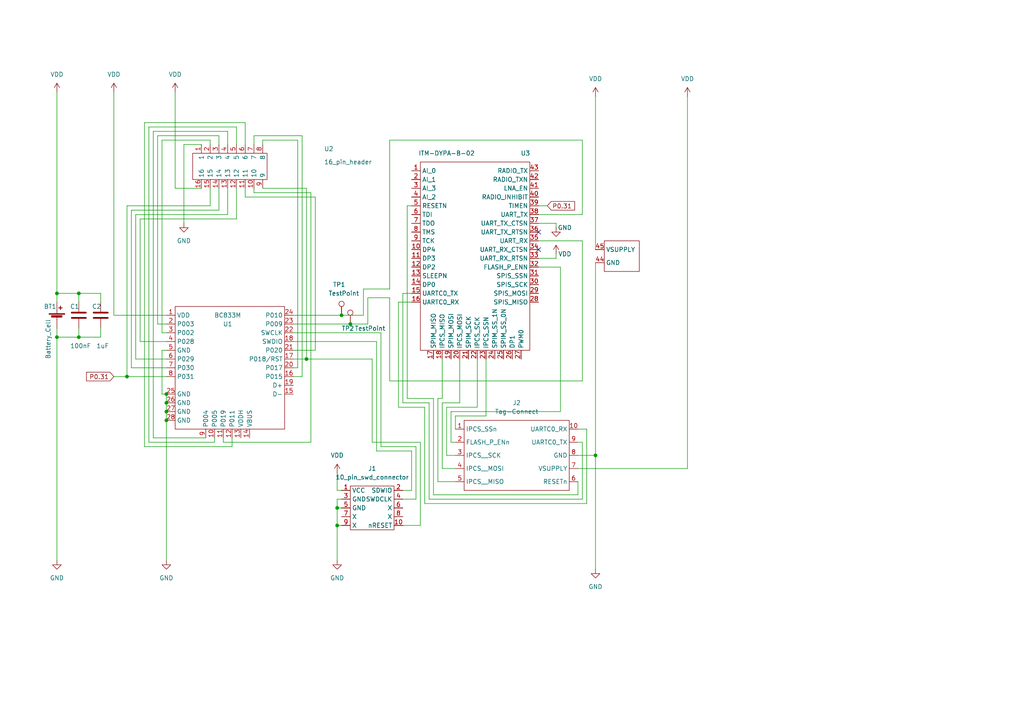
<source format=kicad_sch>
(kicad_sch (version 20211123) (generator eeschema)
  (paper "A4")
  (title_block (title "AIOT Play Schematic") (date "2022-04-29") (rev "v1.0") (company "INRIA") (comment 1 "Charles Thonier"))
  (lib_symbols
    (symbol "Connector:TestPoint" (pin_numbers hide) (pin_names (offset 0.762) hide)
      (property "Reference" "TP" (at 0 6.858 0))
      (property "Value" "TestPoint" (at 0 5.08 0))
      (symbol "TestPoint_0_1"
        (circle (center 0 3.302) (radius 0.762))
      )
      (symbol "TestPoint_1_1"
        (pin passive line (at 0 0 90) (length 2.54) (name "1") (number "1"))
      )
    )
    (symbol "Device:Battery_Cell" (pin_numbers hide) (pin_names (offset 0) hide)
      (property "Reference" "BT" (at 2.54 2.54 0))
      (property "Value" "Battery_Cell" (at 2.54 0 0))
      (symbol "Battery_Cell_0_1"
        (rectangle (start -2.286 1.778) (end 2.286 1.524) (fill (type outline)))
        (rectangle (start -1.5748 1.1938) (end 1.4732 0.6858) (fill (type outline)))
        (polyline (pts (xy 0 0.762) (xy 0 0)))
        (polyline (pts (xy 0 1.778) (xy 0 2.54)))
        (polyline (pts (xy 0.508 3.429) (xy 1.524 3.429)) (stroke (width 0.254)))
        (polyline (pts (xy 1.016 3.937) (xy 1.016 2.921)) (stroke (width 0.254)))
      )
      (symbol "Battery_Cell_1_1"
        (pin passive line (at 0 5.08 270) (length 2.54) (name "+") (number "1"))
        (pin passive line (at 0 -2.54 90) (length 2.54) (name "-") (number "2"))
      )
    )
    (symbol "Device:C" (pin_numbers hide) (pin_names (offset 0.254))
      (property "Reference" "C" (at 0.635 2.54 0))
      (property "Value" "C" (at 0.635 -2.54 0))
      (symbol "C_0_1"
        (polyline (pts (xy -2.032 -0.762) (xy 2.032 -0.762)) (stroke (width 0.508)))
        (polyline (pts (xy -2.032 0.762) (xy 2.032 0.762)) (stroke (width 0.508)))
      )
      (symbol "C_1_1"
        (pin passive line (at 0 3.81 270) (length 2.794) (name "~") (number "1"))
        (pin passive line (at 0 -3.81 90) (length 2.794) (name "~") (number "2"))
      )
    )
    (symbol "heat_humidity_mesh_lib:10_pin_swd_connector"
      (property "Reference" "U" (at 11.43 8.89 0))
      (property "Value" "10_pin_swd_connector" (at -1.27 8.89 0))
      (symbol "10_pin_swd_connector_0_1"
        (rectangle (start -6.35 6.35) (end 6.35 -6.35))
      )
      (symbol "10_pin_swd_connector_1_1"
        (pin input line (at -8.89 5.08 0) (length 2.54) (name "VCC") (number "1"))
        (pin input line (at 8.89 -5.08 180) (length 2.54) (name "nRESET") (number "10"))
        (pin input line (at 8.89 5.08 180) (length 2.54) (name "SDWIO") (number "2"))
        (pin input line (at -8.89 2.54 0) (length 2.54) (name "GND") (number "3"))
        (pin input line (at 8.89 2.54 180) (length 2.54) (name "SWDCLK") (number "4"))
        (pin input line (at -8.89 0 0) (length 2.54) (name "GND") (number "5"))
        (pin free line (at 8.89 0 180) (length 2.54) (name "X") (number "6"))
        (pin free line (at -8.89 -2.54 0) (length 2.54) (name "X") (number "7"))
        (pin free line (at 8.89 -2.54 180) (length 2.54) (name "X") (number "8"))
        (pin input line (at -8.89 -5.08 0) (length 2.54) (name "X") (number "9"))
      )
    )
    (symbol "heat_humidity_mesh_lib:16_pin_header"
      (property "Reference" "U" (at 10.16 15.24 0))
      (property "Value" "16_pin_header" (at -10.16 15.24 0))
      (symbol "16_pin_header_0_1"
        (rectangle (start -11.43 3.81) (end 10.16 -3.81))
      )
      (symbol "16_pin_header_1_1"
        (pin input line (at -8.89 6.35 270) (length 2.54) (name "1") (number "1"))
        (pin input line (at 6.35 -6.35 90) (length 2.54) (name "10") (number "10"))
        (pin input line (at 3.81 -6.35 90) (length 2.54) (name "11") (number "11"))
        (pin input line (at 1.27 -6.35 90) (length 2.54) (name "12") (number "12"))
        (pin input line (at -1.27 -6.35 90) (length 2.54) (name "13") (number "13"))
        (pin input line (at -3.81 -6.35 90) (length 2.54) (name "14") (number "14"))
        (pin input line (at -6.35 -6.35 90) (length 2.54) (name "15") (number "15"))
        (pin input line (at -8.89 -6.35 90) (length 2.54) (name "16") (number "16"))
        (pin input line (at -6.35 6.35 270) (length 2.54) (name "2") (number "2"))
        (pin input line (at -3.81 6.35 270) (length 2.54) (name "3") (number "3"))
        (pin input line (at -1.27 6.35 270) (length 2.54) (name "4") (number "4"))
        (pin input line (at 1.27 6.35 270) (length 2.54) (name "5") (number "5"))
        (pin input line (at 3.81 6.35 270) (length 2.54) (name "6") (number "6"))
        (pin input line (at 6.35 6.35 270) (length 2.54) (name "7") (number "7"))
        (pin input line (at 8.89 6.35 270) (length 2.54) (name "8") (number "8"))
        (pin input line (at 8.89 -6.35 90) (length 2.54) (name "9") (number "9"))
      )
    )
    (symbol "heat_humidity_mesh_lib:BC833M"
      (property "Reference" "U" (at 15.24 21.59 0))
      (property "Value" "BC833M" (at -11.43 21.59 0))
      (symbol "BC833M_0_1"
        (rectangle (start -15.24 20.32) (end 16.51 -15.24))
      )
      (symbol "BC833M_1_1"
        (pin input line (at -17.78 17.78 0) (length 2.54) (name "VDD") (number "1"))
        (pin input line (at -3.81 -17.78 90) (length 2.54) (name "P005") (number "10"))
        (pin input line (at -1.27 -17.78 90) (length 2.54) (name "P019") (number "11"))
        (pin input line (at 1.27 -17.78 90) (length 2.54) (name "P011") (number "12"))
        (pin input line (at 3.81 -17.78 90) (length 2.54) (name "VDDH") (number "13"))
        (pin input line (at 6.35 -17.78 90) (length 2.54) (name "VBUS") (number "14"))
        (pin input line (at 19.05 -5.08 180) (length 2.54) (name "D-") (number "15"))
        (pin input line (at 19.05 0 180) (length 2.54) (name "P015") (number "16"))
        (pin input line (at 19.05 5.08 180) (length 2.54) (name "P018/RST") (number "17"))
        (pin input line (at 19.05 10.16 180) (length 2.54) (name "SWDIO") (number "18"))
        (pin input line (at 19.05 -2.54 180) (length 2.54) (name "D+") (number "19"))
        (pin input line (at -17.78 15.24 0) (length 2.54) (name "P003") (number "2"))
        (pin input line (at 19.05 2.54 180) (length 2.54) (name "P017") (number "20"))
        (pin input line (at 19.05 7.62 180) (length 2.54) (name "P020") (number "21"))
        (pin input line (at 19.05 12.7 180) (length 2.54) (name "SWCLK") (number "22"))
        (pin input line (at 19.05 15.24 180) (length 2.54) (name "P009") (number "23"))
        (pin input line (at 19.05 17.78 180) (length 2.54) (name "P010") (number "24"))
        (pin input line (at -17.78 -5.08 0) (length 2.54) (name "GND") (number "25"))
        (pin input line (at -17.78 -7.62 0) (length 2.54) (name "GND") (number "26"))
        (pin input line (at -17.78 -10.16 0) (length 2.54) (name "GND") (number "27"))
        (pin input line (at -17.78 -12.7 0) (length 2.54) (name "GND") (number "28"))
        (pin input line (at -17.78 12.7 0) (length 2.54) (name "P002") (number "3"))
        (pin input line (at -17.78 10.16 0) (length 2.54) (name "P028") (number "4"))
        (pin input line (at -17.78 7.62 0) (length 2.54) (name "GND") (number "5"))
        (pin input line (at -17.78 5.08 0) (length 2.54) (name "P029") (number "6"))
        (pin input line (at -17.78 2.54 0) (length 2.54) (name "P030") (number "7"))
        (pin input line (at -17.78 0 0) (length 2.54) (name "P031") (number "8"))
        (pin input line (at -6.35 -17.78 90) (length 2.54) (name "P004") (number "9"))
      )
    )
    (symbol "heat_humidity_mesh_lib:ITM-DYPA-B-02"
      (property "Reference" "U?" (at 15.24 33.02 0))
      (property "Value" "ITM-DYPA-B-02" (at 15.24 30.48 0))
      (symbol "ITM-DYPA-B-02_0_1"
        (rectangle (start -16.51 27.94) (end 15.24 -26.67))
        (rectangle (start 36.83 5.08) (end 46.99 -3.81))
      )
      (symbol "ITM-DYPA-B-02_1_1"
        (pin input line (at -19.05 25.4 0) (length 2.54) (name "AI_0") (number "1"))
        (pin input line (at -19.05 2.54 0) (length 2.54) (name "DP4") (number "10"))
        (pin input line (at -19.05 0 0) (length 2.54) (name "DP3") (number "11"))
        (pin input line (at -19.05 -2.54 0) (length 2.54) (name "DP2") (number "12"))
        (pin input line (at -19.05 -5.08 0) (length 2.54) (name "SLEEPN") (number "13"))
        (pin input line (at -19.05 -7.62 0) (length 2.54) (name "DP0") (number "14"))
        (pin input line (at -19.05 -10.16 0) (length 2.54) (name "UARTC0_TX") (number "15"))
        (pin input line (at -19.05 -12.7 0) (length 2.54) (name "UARTC0_RX") (number "16"))
        (pin input line (at -12.7 -29.21 90) (length 2.54) (name "SPIM_MISO") (number "17"))
        (pin input line (at -10.16 -29.21 90) (length 2.54) (name "IPCS_MISO") (number "18"))
        (pin input line (at -7.62 -29.21 90) (length 2.54) (name "SPIM_MOSI") (number "19"))
        (pin input line (at -19.05 22.86 0) (length 2.54) (name "AI_1") (number "2"))
        (pin input line (at -5.08 -29.21 90) (length 2.54) (name "IPCS_MOSI") (number "20"))
        (pin input line (at -2.54 -29.21 90) (length 2.54) (name "SPIM_SCK") (number "21"))
        (pin input line (at 0 -29.21 90) (length 2.54) (name "IPCS_SCK") (number "22"))
        (pin input line (at 2.54 -29.21 90) (length 2.54) (name "IPCS_SSN") (number "23"))
        (pin input line (at 5.08 -29.21 90) (length 2.54) (name "SPIM_SS_1N") (number "24"))
        (pin input line (at 7.62 -29.21 90) (length 2.54) (name "SPIM_SS_0N") (number "25"))
        (pin input line (at 10.16 -29.21 90) (length 2.54) (name "DP1") (number "26"))
        (pin input line (at 12.7 -29.21 90) (length 2.54) (name "PWM0") (number "27"))
        (pin input line (at 17.78 -12.7 180) (length 2.54) (name "SPIS_MISO") (number "28"))
        (pin input line (at 17.78 -10.16 180) (length 2.54) (name "SPIS_MOSI") (number "29"))
        (pin input line (at -19.05 20.32 0) (length 2.54) (name "AI_3") (number "3"))
        (pin input line (at 17.78 -7.62 180) (length 2.54) (name "SPIS_SCK") (number "30"))
        (pin input line (at 17.78 -5.08 180) (length 2.54) (name "SPIS_SSN") (number "31"))
        (pin input line (at 17.78 -2.54 180) (length 2.54) (name "FLASH_P_ENN") (number "32"))
        (pin input line (at 17.78 0 180) (length 2.54) (name "UART_RX_RTSN") (number "33"))
        (pin input line (at 17.78 2.54 180) (length 2.54) (name "UART_RX_CTSN") (number "34"))
        (pin input line (at 17.78 5.08 180) (length 2.54) (name "UART_RX") (number "35"))
        (pin input line (at 17.78 7.62 180) (length 2.54) (name "UART_TX_RTSN") (number "36"))
        (pin input line (at 17.78 10.16 180) (length 2.54) (name "UART_TX_CTSN") (number "37"))
        (pin input line (at 17.78 12.7 180) (length 2.54) (name "UART_TX") (number "38"))
        (pin input line (at 17.78 15.24 180) (length 2.54) (name "TIMEN") (number "39"))
        (pin input line (at -19.05 17.78 0) (length 2.54) (name "AI_2") (number "4"))
        (pin input line (at 17.78 17.78 180) (length 2.54) (name "RADIO_INHIBIT") (number "40"))
        (pin input line (at 17.78 20.32 180) (length 2.54) (name "LNA_EN") (number "41"))
        (pin input line (at 17.78 22.86 180) (length 2.54) (name "RADIO_TXN") (number "42"))
        (pin input line (at 17.78 25.4 180) (length 2.54) (name "RADIO_TX") (number "43"))
        (pin input line (at 34.29 -1.27 0) (length 2.54) (name "GND") (number "44"))
        (pin input line (at 34.29 2.54 0) (length 2.54) (name "VSUPPLY") (number "45"))
        (pin input line (at -19.05 15.24 0) (length 2.54) (name "RESETN") (number "5"))
        (pin input line (at -19.05 12.7 0) (length 2.54) (name "TDI") (number "6"))
        (pin input line (at -19.05 10.16 0) (length 2.54) (name "TDO") (number "7"))
        (pin input line (at -19.05 7.62 0) (length 2.54) (name "TMS") (number "8"))
        (pin input line (at -19.05 5.08 0) (length 2.54) (name "TCK") (number "9"))
      )
    )
    (symbol "heat_humidity_mesh_lib:Tag-Connect"
      (property "Reference" "U" (at 0 11.43 0))
      (property "Value" "Tag-Connect" (at 0 -12.7 0))
      (symbol "Tag-Connect_0_1"
        (rectangle (start -15.24 -10.16) (end 15.24 10.16))
      )
      (symbol "Tag-Connect_1_1"
        (pin input line (at -17.78 7.62 0) (length 2.54) (name "IPCS_SSn") (number "1"))
        (pin input line (at 17.78 7.62 180) (length 2.54) (name "UARTC0_RX") (number "10"))
        (pin input line (at -17.78 3.81 0) (length 2.54) (name "FLASH_P_ENn") (number "2"))
        (pin input line (at -17.78 0 0) (length 2.54) (name "IPCS__SCK") (number "3"))
        (pin input line (at -17.78 -3.81 0) (length 2.54) (name "IPCS__MOSI") (number "4"))
        (pin input line (at -17.78 -7.62 0) (length 2.54) (name "IPCS__MISO") (number "5"))
        (pin input line (at 17.78 -7.62 180) (length 2.54) (name "RESETn") (number "6"))
        (pin input line (at 17.78 -3.81 180) (length 2.54) (name "VSUPPLY") (number "7"))
        (pin input line (at 17.78 0 180) (length 2.54) (name "GND") (number "8"))
        (pin input line (at 17.78 3.81 180) (length 2.54) (name "UARTC0_TX") (number "9"))
      )
    )
    (symbol "power:GND" (power) (pin_names (offset 0))
      (property "Value" "GND" (at 0 -3.81 0))
      (symbol "GND_0_1"
        (polyline (pts (xy 0 0) (xy 0 -1.27) (xy 1.27 -1.27) (xy 0 -2.54) (xy -1.27 -1.27) (xy 0 -1.27)))
      )
      (symbol "GND_1_1"
        (pin power_in line (at 0 0 270) (length 0) hide (name "GND") (number "1"))
      )
    )
    (symbol "power:VDD" (power) (pin_names (offset 0))
      (property "Value" "VDD" (at 0 3.81 0))
      (symbol "VDD_0_1"
        (polyline (pts (xy -0.762 1.27) (xy 0 2.54)))
        (polyline (pts (xy 0 0) (xy 0 2.54)))
        (polyline (pts (xy 0 2.54) (xy 0.762 1.27)))
      )
      (symbol "VDD_1_1"
        (pin power_in line (at 0 0 90) (length 0) hide (name "VDD") (number "1"))
      )
    )
  )
  (junction (at 88.9 104.14))
  (junction (at 97.79 147.32))
  (junction (at 101.6 93.98))
  (junction (at 99.06 91.44))
  (junction (at 16.51 97.79))
  (junction (at 16.51 85.09))
  (junction (at 48.26 114.3))
  (junction (at 36.83 109.22))
  (junction (at 22.86 85.09))
  (junction (at 48.26 121.92))
  (junction (at 172.72 132.08))
  (junction (at 48.26 119.38))
  (junction (at 22.86 97.79))
  (junction (at 97.79 152.4))
  (junction (at 48.26 116.84))
  (no_connect (at 156.21 72.39))
  (no_connect (at 156.21 67.31))
  (wire (pts (xy 33.02 109.22) (xy 36.83 109.22)))
  (wire (pts (xy 172.72 27.94) (xy 172.72 72.39)))
  (wire (pts (xy 167.64 143.51) (xy 125.73 143.51)))
  (wire (pts (xy 97.79 147.32) (xy 97.79 152.4)))
  (wire (pts (xy 162.56 119.38) (xy 162.56 77.47)))
  (wire (pts (xy 107.95 128.27) (xy 121.92 128.27)))
  (wire (pts (xy 87.63 109.22) (xy 87.63 39.37)))
  (wire (pts (xy 46.99 40.64) (xy 60.96 40.64)))
  (wire (pts (xy 106.68 93.98) (xy 106.68 86.36)))
  (wire (pts (xy 168.91 144.78) (xy 124.46 144.78)))
  (wire (pts (xy 90.17 55.88) (xy 73.66 55.88)))
  (wire (pts (xy 124.46 116.84) (xy 116.84 116.84)))
  (wire (pts (xy 66.04 62.23) (xy 66.04 54.61)))
  (wire (pts (xy 132.08 124.46) (xy 132.08 120.65)))
  (wire (pts (xy 132.08 128.27) (xy 130.81 128.27)))
  (wire (pts (xy 40.64 99.06) (xy 40.64 63.5)))
  (wire (pts (xy 16.51 95.25) (xy 16.51 97.79)))
  (wire (pts (xy 22.86 87.63) (xy 22.86 85.09)))
  (wire (pts (xy 48.26 114.3) (xy 48.26 116.84)))
  (wire (pts (xy 64.77 127) (xy 64.77 128.27)))
  (wire (pts (xy 62.23 127) (xy 62.23 128.27)))
  (wire (pts (xy 39.37 62.23) (xy 66.04 62.23)))
  (wire (pts (xy 66.04 38.1) (xy 66.04 41.91)))
  (wire (pts (xy 39.37 104.14) (xy 39.37 62.23)))
  (wire (pts (xy 48.26 119.38) (xy 48.26 121.92)))
  (wire (pts (xy 109.22 130.81) (xy 119.38 130.81)))
  (wire (pts (xy 85.09 101.6) (xy 91.44 101.6)))
  (wire (pts (xy 113.03 40.64) (xy 168.91 40.64)))
  (wire (pts (xy 46.99 96.52) (xy 46.99 40.64)))
  (wire (pts (xy 41.91 35.56) (xy 71.12 35.56)))
  (wire (pts (xy 167.64 135.89) (xy 199.39 135.89)))
  (wire (pts (xy 85.09 99.06) (xy 109.22 99.06)))
  (wire (pts (xy 161.29 64.77) (xy 161.29 66.04)))
  (wire (pts (xy 58.42 41.91) (xy 53.34 41.91)))
  (wire (pts (xy 16.51 97.79) (xy 22.86 97.79)))
  (wire (pts (xy 127 139.7) (xy 127 115.57)))
  (wire (pts (xy 53.34 41.91) (xy 53.34 64.77)))
  (wire (pts (xy 167.64 139.7) (xy 167.64 143.51)))
  (wire (pts (xy 71.12 54.61) (xy 71.12 57.15)))
  (wire (pts (xy 59.69 127) (xy 44.45 127)))
  (wire (pts (xy 48.26 121.92) (xy 48.26 162.56)))
  (wire (pts (xy 36.83 59.69) (xy 60.96 59.69)))
  (wire (pts (xy 199.39 27.94) (xy 199.39 135.89)))
  (wire (pts (xy 33.02 26.67) (xy 33.02 91.44)))
  (wire (pts (xy 105.41 83.82) (xy 113.03 83.82)))
  (wire (pts (xy 73.66 39.37) (xy 73.66 41.91)))
  (wire (pts (xy 62.23 128.27) (xy 43.18 128.27)))
  (wire (pts (xy 22.86 97.79) (xy 22.86 95.25)))
  (wire (pts (xy 85.09 106.68) (xy 86.36 106.68)))
  (wire (pts (xy 90.17 128.27) (xy 90.17 55.88)))
  (wire (pts (xy 58.42 54.61) (xy 50.8 54.61)))
  (wire (pts (xy 16.51 85.09) (xy 16.51 87.63)))
  (wire (pts (xy 86.36 106.68) (xy 86.36 40.64)))
  (wire (pts (xy 48.26 101.6) (xy 46.99 101.6)))
  (wire (pts (xy 87.63 39.37) (xy 73.66 39.37)))
  (wire (pts (xy 116.84 144.78) (xy 120.65 144.78)))
  (wire (pts (xy 45.72 93.98) (xy 45.72 39.37)))
  (wire (pts (xy 116.84 152.4) (xy 121.92 152.4)))
  (wire (pts (xy 48.26 106.68) (xy 38.1 106.68)))
  (wire (pts (xy 172.72 76.2) (xy 172.72 132.08)))
  (wire (pts (xy 67.31 129.54) (xy 41.91 129.54)))
  (wire (pts (xy 130.81 119.38) (xy 162.56 119.38)))
  (wire (pts (xy 48.26 93.98) (xy 45.72 93.98)))
  (wire (pts (xy 168.91 69.85) (xy 156.21 69.85)))
  (wire (pts (xy 33.02 91.44) (xy 48.26 91.44)))
  (wire (pts (xy 97.79 152.4) (xy 99.06 152.4)))
  (wire (pts (xy 162.56 77.47) (xy 156.21 77.47)))
  (wire (pts (xy 113.03 83.82) (xy 113.03 40.64)))
  (wire (pts (xy 107.95 104.14) (xy 107.95 128.27)))
  (wire (pts (xy 97.79 152.4) (xy 97.79 162.56)))
  (wire (pts (xy 16.51 26.67) (xy 16.51 85.09)))
  (wire (pts (xy 132.08 132.08) (xy 129.54 132.08)))
  (wire (pts (xy 73.66 55.88) (xy 73.66 54.61)))
  (wire (pts (xy 115.57 87.63) (xy 119.38 87.63)))
  (wire (pts (xy 86.36 40.64) (xy 76.2 40.64)))
  (wire (pts (xy 85.09 96.52) (xy 110.49 96.52)))
  (wire (pts (xy 48.26 116.84) (xy 48.26 119.38)))
  (wire (pts (xy 121.92 128.27) (xy 121.92 152.4)))
  (wire (pts (xy 116.84 85.09) (xy 119.38 85.09)))
  (wire (pts (xy 97.79 147.32) (xy 99.06 147.32)))
  (wire (pts (xy 113.03 110.49) (xy 168.91 110.49)))
  (wire (pts (xy 167.64 124.46) (xy 170.18 124.46)))
  (wire (pts (xy 97.79 137.16) (xy 97.79 142.24)))
  (wire (pts (xy 40.64 63.5) (xy 68.58 63.5)))
  (wire (pts (xy 48.26 104.14) (xy 39.37 104.14)))
  (wire (pts (xy 43.18 128.27) (xy 43.18 36.83)))
  (wire (pts (xy 133.35 116.84) (xy 133.35 104.14)))
  (wire (pts (xy 101.6 93.98) (xy 106.68 93.98)))
  (wire (pts (xy 127 115.57) (xy 128.27 115.57)))
  (wire (pts (xy 38.1 60.96) (xy 63.5 60.96)))
  (wire (pts (xy 118.11 59.69) (xy 119.38 59.69)))
  (wire (pts (xy 99.06 91.44) (xy 105.41 91.44)))
  (wire (pts (xy 132.08 120.65) (xy 140.97 120.65)))
  (wire (pts (xy 85.09 91.44) (xy 99.06 91.44)))
  (wire (pts (xy 125.73 143.51) (xy 125.73 115.57)))
  (wire (pts (xy 29.21 85.09) (xy 22.86 85.09)))
  (wire (pts (xy 85.09 93.98) (xy 101.6 93.98)))
  (wire (pts (xy 118.11 115.57) (xy 118.11 59.69)))
  (wire (pts (xy 132.08 135.89) (xy 128.27 135.89)))
  (wire (pts (xy 97.79 144.78) (xy 97.79 147.32)))
  (wire (pts (xy 45.72 39.37) (xy 63.5 39.37)))
  (wire (pts (xy 168.91 62.23) (xy 156.21 62.23)))
  (wire (pts (xy 48.26 99.06) (xy 40.64 99.06)))
  (wire (pts (xy 43.18 36.83) (xy 68.58 36.83)))
  (wire (pts (xy 38.1 106.68) (xy 38.1 60.96)))
  (wire (pts (xy 130.81 128.27) (xy 130.81 119.38)))
  (wire (pts (xy 68.58 36.83) (xy 68.58 41.91)))
  (wire (pts (xy 106.68 86.36) (xy 113.03 86.36)))
  (wire (pts (xy 156.21 74.93) (xy 161.29 74.93)))
  (wire (pts (xy 110.49 96.52) (xy 110.49 129.54)))
  (wire (pts (xy 60.96 59.69) (xy 60.96 54.61)))
  (wire (pts (xy 44.45 127) (xy 44.45 38.1)))
  (wire (pts (xy 29.21 87.63) (xy 29.21 85.09)))
  (wire (pts (xy 41.91 35.56) (xy 41.91 129.54)))
  (wire (pts (xy 76.2 54.61) (xy 88.9 54.61)))
  (wire (pts (xy 50.8 54.61) (xy 50.8 26.67)))
  (wire (pts (xy 156.21 59.69) (xy 158.75 59.69)))
  (wire (pts (xy 128.27 135.89) (xy 128.27 116.84)))
  (wire (pts (xy 119.38 142.24) (xy 116.84 142.24)))
  (wire (pts (xy 129.54 132.08) (xy 129.54 118.11)))
  (wire (pts (xy 91.44 57.15) (xy 91.44 101.6)))
  (wire (pts (xy 64.77 128.27) (xy 90.17 128.27)))
  (wire (pts (xy 60.96 40.64) (xy 60.96 41.91)))
  (wire (pts (xy 68.58 63.5) (xy 68.58 54.61)))
  (wire (pts (xy 29.21 97.79) (xy 29.21 95.25)))
  (wire (pts (xy 116.84 116.84) (xy 116.84 85.09)))
  (wire (pts (xy 110.49 129.54) (xy 120.65 129.54)))
  (wire (pts (xy 85.09 104.14) (xy 88.9 104.14)))
  (wire (pts (xy 123.19 118.11) (xy 115.57 118.11)))
  (wire (pts (xy 167.64 128.27) (xy 168.91 128.27)))
  (wire (pts (xy 16.51 97.79) (xy 16.51 162.56)))
  (wire (pts (xy 123.19 146.05) (xy 123.19 118.11)))
  (wire (pts (xy 113.03 86.36) (xy 113.03 110.49)))
  (wire (pts (xy 138.43 118.11) (xy 138.43 104.14)))
  (wire (pts (xy 76.2 40.64) (xy 76.2 41.91)))
  (wire (pts (xy 172.72 132.08) (xy 172.72 165.1)))
  (wire (pts (xy 156.21 64.77) (xy 161.29 64.77)))
  (wire (pts (xy 105.41 91.44) (xy 105.41 83.82)))
  (wire (pts (xy 85.09 109.22) (xy 87.63 109.22)))
  (wire (pts (xy 71.12 35.56) (xy 71.12 41.91)))
  (wire (pts (xy 88.9 104.14) (xy 88.9 54.61)))
  (wire (pts (xy 125.73 115.57) (xy 118.11 115.57)))
  (wire (pts (xy 168.91 40.64) (xy 168.91 62.23)))
  (wire (pts (xy 71.12 57.15) (xy 91.44 57.15)))
  (wire (pts (xy 132.08 139.7) (xy 127 139.7)))
  (wire (pts (xy 99.06 144.78) (xy 97.79 144.78)))
  (wire (pts (xy 48.26 109.22) (xy 36.83 109.22)))
  (wire (pts (xy 168.91 110.49) (xy 168.91 69.85)))
  (wire (pts (xy 88.9 104.14) (xy 107.95 104.14)))
  (wire (pts (xy 109.22 99.06) (xy 109.22 130.81)))
  (wire (pts (xy 44.45 38.1) (xy 66.04 38.1)))
  (wire (pts (xy 97.79 142.24) (xy 99.06 142.24)))
  (wire (pts (xy 48.26 96.52) (xy 46.99 96.52)))
  (wire (pts (xy 168.91 128.27) (xy 168.91 144.78)))
  (wire (pts (xy 46.99 114.3) (xy 48.26 114.3)))
  (wire (pts (xy 167.64 132.08) (xy 172.72 132.08)))
  (wire (pts (xy 170.18 146.05) (xy 123.19 146.05)))
  (wire (pts (xy 161.29 74.93) (xy 161.29 73.66)))
  (wire (pts (xy 128.27 116.84) (xy 133.35 116.84)))
  (wire (pts (xy 140.97 120.65) (xy 140.97 104.14)))
  (wire (pts (xy 46.99 101.6) (xy 46.99 114.3)))
  (wire (pts (xy 63.5 60.96) (xy 63.5 54.61)))
  (wire (pts (xy 67.31 127) (xy 67.31 129.54)))
  (wire (pts (xy 120.65 129.54) (xy 120.65 144.78)))
  (wire (pts (xy 170.18 124.46) (xy 170.18 146.05)))
  (wire (pts (xy 124.46 144.78) (xy 124.46 116.84)))
  (wire (pts (xy 129.54 118.11) (xy 138.43 118.11)))
  (wire (pts (xy 36.83 109.22) (xy 36.83 59.69)))
  (wire (pts (xy 63.5 39.37) (xy 63.5 41.91)))
  (wire (pts (xy 115.57 118.11) (xy 115.57 87.63)))
  (wire (pts (xy 128.27 104.14) (xy 128.27 115.57)))
  (wire (pts (xy 119.38 130.81) (xy 119.38 142.24)))
  (wire (pts (xy 22.86 97.79) (xy 29.21 97.79)))
  (wire (pts (xy 22.86 85.09) (xy 16.51 85.09)))
  (global_label "P0.31" (shape input) (at 158.75 59.69 0) (property "Intersheet References" "${INTERSHEET_REFS}" (effects hide)))
  (global_label "P0.31" (shape input) (at 33.02 109.22 180) (property "Intersheet References" "${INTERSHEET_REFS}" (effects hide)))
  (symbol (lib_id "heat_humidity_mesh_lib:16_pin_header") (at 67.31 48.26 0) (unit 1)
    (property "Reference" "U2" (at 93.98 43.18 0) (effects (justify left)))
    (property "Value" "16_pin_header" (at 93.98 46.99 0) (effects (justify left)))
    (property "Footprint" "iot_lib:16_pin_connector" (effects hide))
  )
  (symbol (lib_id "power:GND") (at 48.26 162.56 0) (unit 1)
    (property "Reference" "#PWR04" (effects hide))
    (property "Value" "GND" (at 48.26 167.64 0))
  )
  (symbol (lib_id "heat_humidity_mesh_lib:Tag-Connect") (at 149.86 132.08 0) (unit 1)
    (property "Reference" "J2" (at 149.86 116.84 0))
    (property "Value" "Tag-Connect" (at 149.86 119.38 0))
    (property "Footprint" "iot_lib:tag-connect_10_pins_no_hooks" (effects hide))
  )
  (symbol (lib_id "Device:C") (at 29.21 91.44 0) (unit 1)
    (property "Reference" "C2" (at 26.67 88.9 0) (effects (justify left)))
    (property "Value" "1uF" (at 27.94 100.33 0) (effects (justify left)))
    (property "Footprint" "Capacitor_SMD:C_0603_1608Metric" (effects hide))
  )
  (symbol (lib_id "power:VDD") (at 172.72 27.94 0) (unit 1)
    (property "Reference" "#PWR09" (effects hide))
    (property "Value" "VDD" (at 172.72 22.86 0))
  )
  (symbol (lib_id "Connector:TestPoint") (at 99.06 91.44 0) (unit 1)
    (property "Reference" "TP1" (at 96.52 82.55 0) (effects (justify left)))
    (property "Value" "TestPoint" (at 95.25 85.09 0) (effects (justify left)))
    (property "Footprint" "iot_lib:test_pad" (effects hide))
  )
  (symbol (lib_id "Device:Battery_Cell") (at 16.51 92.71 0) (unit 1)
    (property "Reference" "BT1" (at 12.7 88.9 0) (effects (justify left)))
    (property "Value" "Battery_Cell" (at 13.97 104.14 90) (effects (justify left)))
    (property "Footprint" "Battery:BatteryHolder_MPD_BC2AAPC_2xAA" (effects hide))
  )
  (symbol (lib_id "power:VDD") (at 16.51 26.67 0) (unit 1)
    (property "Reference" "#PWR01" (effects hide))
    (property "Value" "VDD" (at 16.51 21.59 0))
  )
  (symbol (lib_id "heat_humidity_mesh_lib:BC833M") (at 66.04 109.22 0) (unit 1)
    (property "Reference" "U1" (at 66.04 93.98 0))
    (property "Value" "BC833M" (at 66.04 91.44 0))
    (property "Footprint" "iot_lib:BC833M" (effects hide))
  )
  (symbol (lib_id "power:VDD") (at 50.8 26.67 0) (unit 1)
    (property "Reference" "#PWR05" (effects hide))
    (property "Value" "VDD" (at 50.8 21.59 0))
  )
  (symbol (lib_id "power:GND") (at 161.29 66.04 0) (unit 1)
    (property "Reference" "#PWR?" (effects hide))
    (property "Value" "GND" (at 163.83 66.04 0))
  )
  (symbol (lib_id "power:GND") (at 97.79 162.56 0) (unit 1)
    (property "Reference" "#PWR08" (effects hide))
    (property "Value" "GND" (at 97.79 167.64 0))
  )
  (symbol (lib_id "power:GND") (at 172.72 165.1 0) (unit 1)
    (property "Reference" "#PWR010" (effects hide))
    (property "Value" "GND" (at 172.72 170.18 0))
  )
  (symbol (lib_id "power:GND") (at 53.34 64.77 0) (unit 1)
    (property "Reference" "#PWR06" (effects hide))
    (property "Value" "GND" (at 53.34 69.85 0))
  )
  (symbol (lib_id "heat_humidity_mesh_lib:ITM-DYPA-B-02") (at 138.43 74.93 0) (unit 1)
    (property "Reference" "U3" (at 152.4 44.45 0))
    (property "Value" "ITM-DYPA-B-02" (at 129.54 44.45 0))
    (property "Footprint" "iot_lib:dusty_pcb_ant" (effects hide))
  )
  (symbol (lib_id "power:VDD") (at 97.79 137.16 0) (unit 1)
    (property "Reference" "#PWR07" (effects hide))
    (property "Value" "VDD" (at 97.79 132.08 0))
  )
  (symbol (lib_id "Device:C") (at 22.86 91.44 0) (unit 1)
    (property "Reference" "C1" (at 20.32 88.9 0) (effects (justify left)))
    (property "Value" "100nF" (at 20.32 100.33 0) (effects (justify left)))
    (property "Footprint" "Capacitor_SMD:C_0603_1608Metric" (effects hide))
  )
  (symbol (lib_id "power:VDD") (at 199.39 27.94 0) (unit 1)
    (property "Reference" "#PWR011" (effects hide))
    (property "Value" "VDD" (at 199.39 22.86 0))
  )
  (symbol (lib_id "power:GND") (at 16.51 162.56 0) (unit 1)
    (property "Reference" "#PWR02" (effects hide))
    (property "Value" "GND" (at 16.51 167.64 0))
  )
  (symbol (lib_id "power:VDD") (at 161.29 73.66 0) (unit 1)
    (property "Reference" "#PWR?" (effects hide))
    (property "Value" "VDD" (at 163.83 73.66 0))
  )
  (symbol (lib_id "heat_humidity_mesh_lib:10_pin_swd_connector") (at 107.95 147.32 0) (unit 1)
    (property "Reference" "J1" (at 107.95 135.89 0))
    (property "Value" "10_pin_swd_connector" (at 107.95 138.43 0))
    (property "Footprint" "iot_lib:Samtec_Connector_FTSH-105-01-F-DV-K" (effects hide))
  )
  (symbol (lib_id "power:VDD") (at 33.02 26.67 0) (unit 1)
    (property "Reference" "#PWR03" (effects hide))
    (property "Value" "VDD" (at 33.02 21.59 0))
  )
  (symbol (lib_id "Connector:TestPoint") (at 101.6 93.98 0) (unit 1)
    (property "Reference" "TP2" (at 99.06 95.25 0) (effects (justify left)))
    (property "Value" "TestPoint" (at 102.87 95.25 0) (effects (justify left)))
    (property "Footprint" "iot_lib:test_pad" (effects hide))
  )
)
</source>
